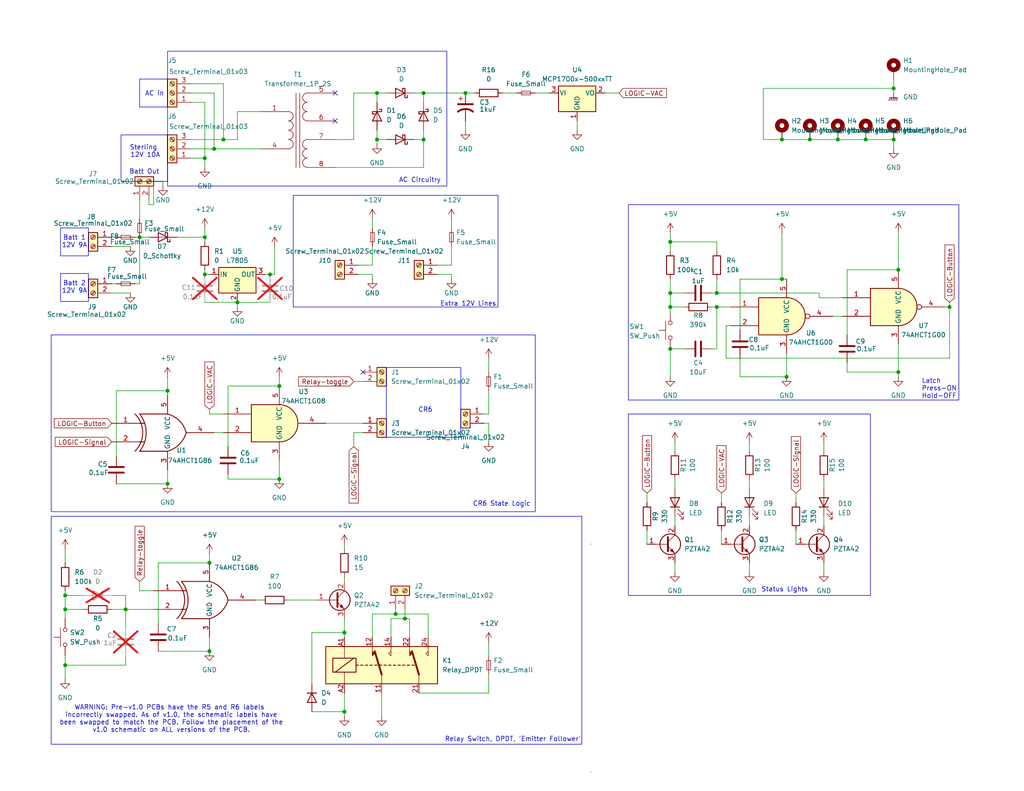
<source format=kicad_sch>
(kicad_sch (version 20250114) (generator "eeschema") (generator_version "9.0")
  (paper "USLetter")
  (title_block (title "EM27 Box Power Distribution Circuit") (date "2025-08-06") (rev "1.0") (company "Jet Flener (Revision of Design by Wesley T. Honeycutt)"))
  (lib_symbols
    (symbol "74xGxx:74AHCT1G00"
      (property "Reference" "U" (at -2.54 3.81 0))
      (property "Value" "74AHCT1G00" (at 0 -3.81 0))
      (symbol "74AHCT1G00_1_1"
        (pin input line (at -15.24 2.54 0) (length 7.62) (name "~") (number "1"))
        (pin input line (at -15.24 -2.54 0) (length 7.62) (name "~") (number "2"))
        (pin power_in line (at 0 10.16 270) (length 5.08) (name "VCC") (number "5"))
        (pin power_in line (at 0 -10.16 90) (length 5.08) (name "GND") (number "3"))
        (pin output inverted (at 12.7 0 180) (length 7.62) (name "~") (number "4"))
      )
    )
    (symbol "74xGxx:74AHCT1G08"
      (property "Reference" "U" (at -2.54 3.81 0))
      (property "Value" "74AHCT1G08" (at 0 -3.81 0))
      (symbol "74AHCT1G08_1_1"
        (pin input line (at -15.24 2.54 0) (length 7.62) (name "~") (number "1"))
        (pin input line (at -15.24 -2.54 0) (length 7.62) (name "~") (number "2"))
        (pin power_in line (at 0 10.16 270) (length 5.08) (name "VCC") (number "5"))
        (pin power_in line (at 0 -10.16 90) (length 5.08) (name "GND") (number "3"))
        (pin output line (at 12.7 0 180) (length 7.62) (name "~") (number "4"))
      )
    )
    (symbol "74xGxx:74AHCT1G86"
      (property "Reference" "U" (at -2.54 3.81 0))
      (property "Value" "74AHCT1G86" (at 0 -3.81 0))
      (symbol "74AHCT1G86_1_1"
        (pin input line (at -15.24 2.54 0) (length 7.62) (name "~") (number "1"))
        (pin input line (at -15.24 -2.54 0) (length 7.62) (name "~") (number "2"))
        (pin power_in line (at 0 10.16 270) (length 5.08) (name "VCC") (number "5"))
        (pin power_in line (at 0 -10.16 90) (length 5.08) (name "GND") (number "3"))
        (pin output line (at 12.7 0 180) (length 7.62) (name "~") (number "4"))
      )
    )
    (symbol "Connector:Screw_Terminal_01x02" (pin_names (offset 1.016) (hide yes))
      (property "Reference" "J" (at 0 2.54 0))
      (property "Value" "Screw_Terminal_01x02" (at 0 -5.08 0))
      (symbol "Screw_Terminal_01x02_1_1"
        (pin passive line (at -5.08 0 0) (length 3.81) (name "Pin_1") (number "1"))
        (pin passive line (at -5.08 -2.54 0) (length 3.81) (name "Pin_2") (number "2"))
      )
    )
    (symbol "Connector:Screw_Terminal_01x03" (pin_names (offset 1.016) (hide yes))
      (property "Reference" "J" (at 0 5.08 0))
      (property "Value" "Screw_Terminal_01x03" (at 0 -5.08 0))
      (symbol "Screw_Terminal_01x03_1_1"
        (pin passive line (at -5.08 2.54 0) (length 3.81) (name "Pin_1") (number "1"))
        (pin passive line (at -5.08 0 0) (length 3.81) (name "Pin_2") (number "2"))
        (pin passive line (at -5.08 -2.54 0) (length 3.81) (name "Pin_3") (number "3"))
      )
    )
    (symbol "Device:C" (pin_numbers (hide yes)) (pin_names (offset 0.254))
      (property "Reference" "C" (at 0.635 2.54 0))
      (property "Value" "C" (at 0.635 -2.54 0))
      (symbol "C_1_1"
        (pin passive line (at 0 3.81 270) (length 2.794) (name "~") (number "1"))
        (pin passive line (at 0 -3.81 90) (length 2.794) (name "~") (number "2"))
      )
    )
    (symbol "Device:C_Polarized_US" (pin_numbers (hide yes)) (pin_names (offset 0.254) (hide yes))
      (property "Reference" "C" (at 0.635 2.54 0))
      (property "Value" "C_Polarized_US" (at 0.635 -2.54 0))
      (symbol "C_Polarized_US_1_1"
        (pin passive line (at 0 3.81 270) (length 2.794) (name "~") (number "1"))
        (pin passive line (at 0 -3.81 90) (length 3.302) (name "~") (number "2"))
      )
    )
    (symbol "Device:D" (pin_numbers (hide yes)) (pin_names (offset 1.016) (hide yes))
      (property "Reference" "D" (at 0 2.54 0))
      (property "Value" "D" (at 0 -2.54 0))
      (symbol "D_1_1"
        (pin passive line (at -3.81 0 0) (length 2.54) (name "K") (number "1"))
        (pin passive line (at 3.81 0 180) (length 2.54) (name "A") (number "2"))
      )
    )
    (symbol "Device:D_Schottky" (pin_numbers (hide yes)) (pin_names (offset 1.016) (hide yes))
      (property "Reference" "D" (at 0 2.54 0))
      (property "Value" "D_Schottky" (at 0 -2.54 0))
      (symbol "D_Schottky_1_1"
        (pin passive line (at -3.81 0 0) (length 2.54) (name "K") (number "1"))
        (pin passive line (at 3.81 0 180) (length 2.54) (name "A") (number "2"))
      )
    )
    (symbol "Device:Fuse_Small" (pin_numbers (hide yes)) (pin_names (offset 0.254) (hide yes))
      (property "Reference" "F" (at 0 -1.524 0))
      (property "Value" "Fuse_Small" (at 0 1.524 0))
      (symbol "Fuse_Small_1_1"
        (pin passive line (at -2.54 0 0) (length 1.27) (name "~") (number "1"))
        (pin passive line (at 2.54 0 180) (length 1.27) (name "~") (number "2"))
      )
    )
    (symbol "Device:LED" (pin_numbers (hide yes)) (pin_names (offset 1.016) (hide yes))
      (property "Reference" "D" (at 0 2.54 0))
      (property "Value" "LED" (at 0 -2.54 0))
      (symbol "LED_1_1"
        (pin passive line (at -3.81 0 0) (length 2.54) (name "K") (number "1"))
        (pin passive line (at 3.81 0 180) (length 2.54) (name "A") (number "2"))
      )
    )
    (symbol "Device:R" (pin_numbers (hide yes)) (pin_names (offset 0))
      (property "Reference" "R" (at 2.032 0 90))
      (property "Value" "R" (at 0 0 90))
      (symbol "R_1_1"
        (pin passive line (at 0 3.81 270) (length 1.27) (name "~") (number "1"))
        (pin passive line (at 0 -3.81 90) (length 1.27) (name "~") (number "2"))
      )
    )
    (symbol "Device:Transformer_1P_2S" (pin_names (offset 1.016) (hide yes))
      (property "Reference" "T1" (at 0 15.24 0))
      (property "Value" "Transformer_1P_2S" (at 0 12.7 0))
      (symbol "Transformer_1P_2S_1_1"
        (pin passive line (at -10.16 5.08 0) (length 7.62) (name "AA") (number "1"))
        (pin passive line (at -10.16 -5.08 0) (length 7.62) (name "AB") (number "4"))
        (pin passive line (at 10.16 10.16 180) (length 7.62) (name "SA") (number "5"))
        (pin passive line (at 10.16 2.54 180) (length 7.62) (name "SB") (number "6"))
        (pin passive line (at 10.16 -2.54 180) (length 7.62) (name "SC") (number "7"))
        (pin passive line (at 10.16 -10.16 180) (length 7.62) (name "SD") (number "8"))
      )
    )
    (symbol "Mechanical:MountingHole_Pad" (pin_numbers (hide yes)) (pin_names (offset 1.016) (hide yes)) (exclude_from_sim yes) (in_bom no)
      (property "Reference" "H" (at 0 6.35 0))
      (property "Value" "MountingHole_Pad" (at 0 4.445 0))
      (symbol "MountingHole_Pad_1_1"
        (pin input line (at 0 -2.54 90) (length 2.54) (name "1") (number "1"))
      )
    )
    (symbol "Regulator_Linear:L7805" (pin_names (offset 0.254))
      (property "Reference" "U" (at -3.81 3.175 0))
      (property "Value" "L7805" (at 0 3.175 0))
      (symbol "L7805_1_1"
        (pin power_in line (at -7.62 0 0) (length 2.54) (name "IN") (number "1"))
        (pin power_in line (at 0 -7.62 90) (length 2.54) (name "GND") (number "2"))
        (pin power_out line (at 7.62 0 180) (length 2.54) (name "OUT") (number "3"))
      )
    )
    (symbol "Regulator_Linear:MCP1700x-500xxTT" (pin_names (offset 0.254))
      (property "Reference" "U" (at -3.81 3.175 0))
      (property "Value" "MCP1700x-500xxTT" (at 0 3.175 0))
      (symbol "MCP1700x-500xxTT_1_1"
        (pin power_in line (at -7.62 0 0) (length 2.54) (name "VI") (number "3"))
        (pin power_in line (at 0 -7.62 90) (length 2.54) (name "GND") (number "1"))
        (pin power_out line (at 7.62 0 180) (length 2.54) (name "VO") (number "2"))
      )
    )
    (symbol "Relay:Relay_DPDT"
      (property "Reference" "K" (at 16.51 3.81 0))
      (property "Value" "Relay_DPDT" (at 16.51 1.27 0))
      (symbol "Relay_DPDT_1_1"
        (pin passive line (at -10.16 7.62 270) (length 2.54) (name "~") (number "A1"))
        (pin passive line (at -10.16 -7.62 90) (length 2.54) (name "~") (number "A2"))
        (pin passive line (at -2.54 7.62 270) (length 2.54) (name "~") (number "12"))
        (pin passive line (at 0 -7.62 90) (length 2.54) (name "~") (number "11"))
        (pin passive line (at 2.54 7.62 270) (length 2.54) (name "~") (number "14"))
        (pin passive line (at 7.62 7.62 270) (length 2.54) (name "~") (number "22"))
        (pin passive line (at 10.16 -7.62 90) (length 2.54) (name "~") (number "21"))
        (pin passive line (at 12.7 7.62 270) (length 2.54) (name "~") (number "24"))
      )
    )
    (symbol "Switch:SW_Push" (pin_numbers (hide yes)) (pin_names (offset 1.016) (hide yes))
      (property "Reference" "SW" (at 1.27 2.54 0))
      (property "Value" "SW_Push" (at 0 -1.524 0))
      (symbol "SW_Push_0_1"
        (pin passive line (at -5.08 0 0) (length 2.54) (name "1") (number "1"))
        (pin passive line (at 5.08 0 180) (length 2.54) (name "2") (number "2"))
      )
    )
    (symbol "Transistor_BJT:PZTA42" (pin_names (offset 0) (hide yes))
      (property "Reference" "Q" (at 5.08 1.905 0))
      (property "Value" "PZTA42" (at 5.08 0 0))
      (symbol "PZTA42_1_1"
        (pin input line (at -5.08 0 0) (length 2.54) (name "B") (number "1"))
        (pin passive line (at 2.54 5.08 270) (length 2.54) (name "C") (number "2"))
        (pin passive line (at 2.54 -5.08 90) (length 2.54) (name "E") (number "3"))
      )
    )
    (symbol "power:+12V" (power) (pin_numbers (hide yes)) (pin_names (offset 0) (hide yes))
      (property "Value" "+12V" (at 0 3.556 0))
      (symbol "+12V_1_1"
        (pin power_in line (at 0 0 90) (length 0) (name "~") (number "1"))
      )
    )
    (symbol "power:+5V" (power) (pin_numbers (hide yes)) (pin_names (offset 0) (hide yes))
      (property "Value" "+5V" (at 0 3.556 0))
      (symbol "+5V_1_1"
        (pin power_in line (at 0 0 90) (length 0) (name "~") (number "1"))
      )
    )
    (symbol "power:GND" (power) (pin_numbers (hide yes)) (pin_names (offset 0) (hide yes))
      (property "Value" "GND" (at 0 -3.81 0))
      (symbol "GND_1_1"
        (pin power_in line (at 0 0 270) (length 0) (name "~") (number "1"))
      )
    )
    (symbol "power:GNDPWR" (power) (pin_numbers (hide yes)) (pin_names (offset 0) (hide yes))
      (property "Value" "GNDPWR" (at 0 -3.302 0))
      (symbol "GNDPWR_1_1"
        (pin power_in line (at 0 0 270) (length 0) (name "~") (number "1"))
      )
    )
  )
  (rectangle (start 16.51 62.23) (end 24.13 69.85))
  (rectangle (start 13.97 91.44) (end 146.05 139.7))
  (rectangle (start 13.97 140.97) (end 158.75 203.2))
  (rectangle (start 33.02 36.83) (end 45.72 49.53))
  (rectangle (start 45.72 13.97) (end 121.92 50.8))
  (rectangle (start 161.2646 148.5646) (end 161.29 148.59))
  (rectangle (start 80.01 53.34) (end 135.89 83.82))
  (rectangle (start 38.1 21.59) (end 45.72 29.21))
  (rectangle (start 105.41 100.33) (end 125.73 119.38))
  (rectangle (start 161.2646 210.7946) (end 161.29 210.82))
  (rectangle (start 16.51 74.676) (end 24.13 82.296))
  (rectangle (start 171.45 113.03) (end 237.49 162.56))
  (rectangle (start 171.45 55.88) (end 261.62 109.22))
  (text "Sterling \n12V 10A" (at 39.624 41.402 0) (effects (font (size 1.27 1.27))))
  (text "Status Lights" (at 214.122 161.036 0) (effects (font (size 1.27 1.27))))
  (text "Batt 2\n12V 9A" (at 20.32 78.486 0) (effects (font (size 1.27 1.27))))
  (text "Extra 12V Lines" (at 127.762 83.058 0) (effects (font (size 1.27 1.27))))
  (text "CR6" (at 116.078 112.014 0) (effects (font (size 1.27 1.27))))
  (text "AC Circuitry" (at 114.554 49.276 0) (effects (font (size 1.27 1.27))))
  (text "WARNING: Pre-v1.0 PCBs have the R5 and R6 labels \nincorrectly swapped. As of v1.0, the schematic labels have\nbeen swapped to match the PCB. Follow the placement of the\nv1.0 schematic on ALL versions of the PCB." (at 46.736 196.342 0) (effects (font (size 1.27 1.27))))
  (text "Batt 1\n12V 9A" (at 20.32 66.04 0) (effects (font (size 1.27 1.27))))
  (text "Batt Out" (at 39.37 46.99 0) (effects (font (size 1.27 1.27))))
  (text "CR6 State Logic" (at 136.906 137.668 0) (effects (font (size 1.27 1.27))))
  (text "Latch\nPress-ON\nHold-OFF" (at 251.46 106.172 0) (effects (font (size 1.27 1.27)) (justify left)))
  (text "AC in\n" (at 42.164 25.654 0) (effects (font (size 1.27 1.27))))
  (text "Relay Switch, DPDT, 'Emitter Follower'" (at 139.954 201.93 0) (effects (font (size 1.27 1.27))))
  (junction (at 182.88 83.82))
  (junction (at 220.98 38.1))
  (junction (at 214.63 102.87))
  (junction (at 195.58 83.82))
  (junction (at 259.08 83.82))
  (junction (at 34.29 166.37))
  (junction (at 38.1 64.77))
  (junction (at 57.15 177.8))
  (junction (at 115.57 25.4))
  (junction (at 45.72 106.68))
  (junction (at 245.11 101.6))
  (junction (at 64.77 82.55))
  (junction (at 102.87 38.1))
  (junction (at 93.98 172.72))
  (junction (at 228.6 38.1))
  (junction (at 110.49 168.91))
  (junction (at 107.95 167.64))
  (junction (at 17.78 181.61))
  (junction (at 45.72 132.08))
  (junction (at 58.42 40.64))
  (junction (at 17.78 162.56))
  (junction (at 115.57 38.1))
  (junction (at 55.88 74.93))
  (junction (at 55.88 43.18))
  (junction (at 243.84 38.1))
  (junction (at 102.87 25.4))
  (junction (at 182.88 95.25))
  (junction (at 60.96 38.1))
  (junction (at 57.15 153.67))
  (junction (at 76.2 130.81))
  (junction (at 195.58 80.01))
  (junction (at 236.22 38.1))
  (junction (at 245.11 73.66))
  (junction (at 213.36 38.1))
  (junction (at 243.84 24.13))
  (junction (at 17.78 166.37))
  (junction (at 213.36 76.2))
  (junction (at 182.88 66.04))
  (junction (at 73.66 74.93))
  (junction (at 93.98 194.31))
  (junction (at 76.2 105.41))
  (junction (at 182.88 80.01))
  (junction (at 127 25.4))
  (junction (at 55.88 64.77))
  (no_connect (at 91.44 25.4))
  (no_connect (at 99.06 101.6))
  (no_connect (at 91.44 33.02))
  (wire (pts (xy 201.93 97.79) (xy 201.93 102.87)))
  (wire (pts (xy 17.78 181.61) (xy 34.29 181.61)))
  (wire (pts (xy 119.38 72.39) (xy 123.19 72.39)))
  (wire (pts (xy 196.85 134.62) (xy 196.85 137.16)))
  (wire (pts (xy 133.35 97.79) (xy 133.35 101.6)))
  (wire (pts (xy 17.78 179.07) (xy 17.78 181.61)))
  (wire (pts (xy 123.19 59.69) (xy 123.19 62.23)))
  (wire (pts (xy 97.79 74.93) (xy 101.6 74.93)))
  (wire (pts (xy 55.88 82.55) (xy 64.77 82.55)))
  (wire (pts (xy 214.63 96.52) (xy 214.63 102.87)))
  (wire (pts (xy 38.1 161.29) (xy 41.91 161.29)))
  (wire (pts (xy 195.58 66.04) (xy 195.58 68.58)))
  (wire (pts (xy 127 25.4) (xy 129.54 25.4)))
  (wire (pts (xy 58.42 25.4) (xy 58.42 40.64)))
  (wire (pts (xy 198.12 97.79) (xy 259.08 97.79)))
  (wire (pts (xy 55.88 43.18) (xy 55.88 45.72)))
  (wire (pts (xy 34.29 166.37) (xy 34.29 171.45)))
  (wire (pts (xy 195.58 80.01) (xy 194.31 80.01)))
  (wire (pts (xy 43.18 177.8) (xy 57.15 177.8)))
  (wire (pts (xy 73.66 74.93) (xy 74.93 74.93)))
  (wire (pts (xy 45.72 102.87) (xy 45.72 106.68)))
  (wire (pts (xy 52.07 40.64) (xy 58.42 40.64)))
  (wire (pts (xy 99.06 118.11) (xy 96.52 118.11)))
  (wire (pts (xy 30.48 166.37) (xy 34.29 166.37)))
  (wire (pts (xy 57.15 173.99) (xy 57.15 177.8)))
  (wire (pts (xy 85.09 186.69) (xy 85.09 172.72)))
  (wire (pts (xy 30.48 67.31) (xy 35.56 67.31)))
  (wire (pts (xy 60.96 22.86) (xy 60.96 38.1)))
  (wire (pts (xy 133.35 175.26) (xy 133.35 179.07)))
  (wire (pts (xy 38.1 64.77) (xy 40.64 64.77)))
  (wire (pts (xy 52.07 43.18) (xy 55.88 43.18)))
  (wire (pts (xy 38.1 54.61) (xy 38.1 59.69)))
  (wire (pts (xy 64.77 30.48) (xy 71.12 30.48)))
  (wire (pts (xy 31.75 106.68) (xy 31.75 124.46)))
  (wire (pts (xy 223.52 81.28) (xy 229.87 81.28)))
  (wire (pts (xy 55.88 74.93) (xy 57.15 74.93)))
  (wire (pts (xy 184.15 130.81) (xy 184.15 133.35)))
  (wire (pts (xy 132.08 113.03) (xy 133.35 113.03)))
  (wire (pts (xy 115.57 25.4) (xy 127 25.4)))
  (wire (pts (xy 96.52 38.1) (xy 96.52 25.4)))
  (wire (pts (xy 34.29 179.07) (xy 34.29 181.61)))
  (wire (pts (xy 115.57 45.72) (xy 115.57 38.1)))
  (wire (pts (xy 213.36 63.5) (xy 213.36 76.2)))
  (wire (pts (xy 38.1 158.75) (xy 38.1 161.29)))
  (wire (pts (xy 110.49 166.37) (xy 110.49 168.91)))
  (wire (pts (xy 146.05 25.4) (xy 149.86 25.4)))
  (wire (pts (xy 224.79 140.97) (xy 224.79 143.51)))
  (wire (pts (xy 127 33.02) (xy 127 35.56)))
  (wire (pts (xy 34.29 162.56) (xy 34.29 166.37)))
  (wire (pts (xy 243.84 38.1) (xy 243.84 40.64)))
  (wire (pts (xy 176.53 144.78) (xy 176.53 148.59)))
  (wire (pts (xy 93.98 157.48) (xy 93.98 158.75)))
  (wire (pts (xy 76.2 130.81) (xy 76.2 125.73)))
  (wire (pts (xy 78.74 163.83) (xy 86.36 163.83)))
  (wire (pts (xy 224.79 153.67) (xy 224.79 156.21)))
  (wire (pts (xy 204.47 133.35) (xy 204.47 130.81)))
  (wire (pts (xy 43.18 153.67) (xy 43.18 170.18)))
  (wire (pts (xy 93.98 172.72) (xy 93.98 173.99)))
  (wire (pts (xy 115.57 38.1) (xy 115.57 35.56)))
  (wire (pts (xy 62.23 130.81) (xy 62.23 129.54)))
  (wire (pts (xy 182.88 80.01) (xy 186.69 80.01)))
  (wire (pts (xy 227.33 86.36) (xy 229.87 86.36)))
  (wire (pts (xy 58.42 40.64) (xy 71.12 40.64)))
  (wire (pts (xy 69.85 163.83) (xy 71.12 163.83)))
  (wire (pts (xy 62.23 130.81) (xy 76.2 130.81)))
  (wire (pts (xy 182.88 63.5) (xy 182.88 66.04)))
  (wire (pts (xy 231.14 101.6) (xy 231.14 99.06)))
  (wire (pts (xy 101.6 74.93) (xy 101.6 76.2)))
  (wire (pts (xy 107.95 167.64) (xy 107.95 166.37)))
  (wire (pts (xy 184.15 140.97) (xy 184.15 143.51)))
  (wire (pts (xy 101.6 59.69) (xy 101.6 62.23)))
  (wire (pts (xy 259.08 83.82) (xy 259.08 97.79)))
  (wire (pts (xy 74.93 67.31) (xy 74.93 74.93)))
  (wire (pts (xy 17.78 149.86) (xy 17.78 153.67)))
  (wire (pts (xy 115.57 25.4) (xy 115.57 27.94)))
  (wire (pts (xy 93.98 168.91) (xy 93.98 172.72)))
  (wire (pts (xy 198.12 88.9) (xy 198.12 97.79)))
  (wire (pts (xy 214.63 76.2) (xy 213.36 76.2)))
  (wire (pts (xy 182.88 76.2) (xy 182.88 80.01)))
  (wire (pts (xy 96.52 25.4) (xy 102.87 25.4)))
  (wire (pts (xy 17.78 161.29) (xy 17.78 162.56)))
  (wire (pts (xy 17.78 162.56) (xy 17.78 166.37)))
  (wire (pts (xy 132.08 115.57) (xy 133.35 115.57)))
  (wire (pts (xy 48.26 64.77) (xy 55.88 64.77)))
  (wire (pts (xy 123.19 74.93) (xy 123.19 76.2)))
  (wire (pts (xy 231.14 73.66) (xy 245.11 73.66)))
  (wire (pts (xy 133.35 113.03) (xy 133.35 106.68)))
  (wire (pts (xy 182.88 85.09) (xy 182.88 83.82)))
  (wire (pts (xy 85.09 194.31) (xy 93.98 194.31)))
  (wire (pts (xy 217.17 134.62) (xy 217.17 137.16)))
  (wire (pts (xy 195.58 83.82) (xy 199.39 83.82)))
  (wire (pts (xy 55.88 64.77) (xy 55.88 66.04)))
  (wire (pts (xy 97.79 72.39) (xy 101.6 72.39)))
  (wire (pts (xy 31.75 64.77) (xy 30.48 64.77)))
  (wire (pts (xy 101.6 167.64) (xy 107.95 167.64)))
  (wire (pts (xy 93.98 189.23) (xy 93.98 194.31)))
  (wire (pts (xy 76.2 105.41) (xy 62.23 105.41)))
  (wire (pts (xy 30.48 77.47) (xy 31.75 77.47)))
  (wire (pts (xy 96.52 104.14) (xy 99.06 104.14)))
  (wire (pts (xy 220.98 38.1) (xy 228.6 38.1)))
  (wire (pts (xy 182.88 80.01) (xy 182.88 83.82)))
  (wire (pts (xy 201.93 76.2) (xy 213.36 76.2)))
  (wire (pts (xy 133.35 184.15) (xy 133.35 189.23)))
  (wire (pts (xy 104.14 189.23) (xy 104.14 195.58)))
  (wire (pts (xy 113.03 38.1) (xy 115.57 38.1)))
  (wire (pts (xy 208.28 38.1) (xy 213.36 38.1)))
  (wire (pts (xy 102.87 25.4) (xy 105.41 25.4)))
  (wire (pts (xy 85.09 172.72) (xy 93.98 172.72)))
  (wire (pts (xy 119.38 74.93) (xy 123.19 74.93)))
  (wire (pts (xy 60.96 113.03) (xy 57.15 113.03)))
  (wire (pts (xy 36.83 64.77) (xy 38.1 64.77)))
  (wire (pts (xy 55.88 27.94) (xy 55.88 43.18)))
  (wire (pts (xy 17.78 166.37) (xy 22.86 166.37)))
  (wire (pts (xy 204.47 120.65) (xy 204.47 123.19)))
  (wire (pts (xy 52.07 27.94) (xy 55.88 27.94)))
  (wire (pts (xy 101.6 173.99) (xy 101.6 167.64)))
  (wire (pts (xy 60.96 38.1) (xy 64.77 38.1)))
  (wire (pts (xy 34.29 166.37) (xy 41.91 166.37)))
  (wire (pts (xy 91.44 38.1) (xy 96.52 38.1)))
  (wire (pts (xy 64.77 82.55) (xy 64.77 83.82)))
  (wire (pts (xy 195.58 80.01) (xy 223.52 80.01)))
  (wire (pts (xy 224.79 130.81) (xy 224.79 133.35)))
  (wire (pts (xy 41.91 49.53) (xy 44.45 49.53)))
  (wire (pts (xy 64.77 38.1) (xy 64.77 30.48)))
  (wire (pts (xy 93.98 194.31) (xy 93.98 195.58)))
  (wire (pts (xy 196.85 144.78) (xy 196.85 148.59)))
  (wire (pts (xy 101.6 72.39) (xy 101.6 67.31)))
  (wire (pts (xy 204.47 153.67) (xy 204.47 156.21)))
  (wire (pts (xy 72.39 74.93) (xy 73.66 74.93)))
  (wire (pts (xy 93.98 148.59) (xy 93.98 149.86)))
  (wire (pts (xy 30.48 80.01) (xy 35.56 80.01)))
  (wire (pts (xy 111.76 173.99) (xy 111.76 168.91)))
  (wire (pts (xy 116.84 173.99) (xy 116.84 167.64)))
  (wire (pts (xy 41.91 55.88) (xy 41.91 49.53)))
  (wire (pts (xy 44.45 49.53) (xy 44.45 50.8)))
  (wire (pts (xy 157.48 33.02) (xy 157.48 35.56)))
  (wire (pts (xy 182.88 95.25) (xy 186.69 95.25)))
  (wire (pts (xy 184.15 153.67) (xy 184.15 156.21)))
  (wire (pts (xy 45.72 106.68) (xy 31.75 106.68)))
  (wire (pts (xy 17.78 181.61) (xy 17.78 185.42)))
  (wire (pts (xy 76.2 102.87) (xy 76.2 105.41)))
  (wire (pts (xy 201.93 90.17) (xy 201.93 76.2)))
  (wire (pts (xy 58.42 118.11) (xy 60.96 118.11)))
  (wire (pts (xy 40.64 55.88) (xy 41.91 55.88)))
  (wire (pts (xy 106.68 173.99) (xy 106.68 168.91)))
  (wire (pts (xy 62.23 105.41) (xy 62.23 121.92)))
  (wire (pts (xy 245.11 101.6) (xy 245.11 102.87)))
  (wire (pts (xy 110.49 168.91) (xy 111.76 168.91)))
  (wire (pts (xy 31.75 132.08) (xy 45.72 132.08)))
  (wire (pts (xy 213.36 38.1) (xy 220.98 38.1)))
  (wire (pts (xy 123.19 72.39) (xy 123.19 67.31)))
  (wire (pts (xy 36.83 77.47) (xy 38.1 77.47)))
  (wire (pts (xy 257.81 83.82) (xy 259.08 83.82)))
  (wire (pts (xy 45.72 132.08) (xy 45.72 128.27)))
  (wire (pts (xy 113.03 25.4) (xy 115.57 25.4)))
  (wire (pts (xy 17.78 162.56) (xy 22.86 162.56)))
  (wire (pts (xy 231.14 101.6) (xy 245.11 101.6)))
  (wire (pts (xy 208.28 24.13) (xy 208.28 38.1)))
  (wire (pts (xy 182.88 66.04) (xy 195.58 66.04)))
  (wire (pts (xy 137.16 25.4) (xy 140.97 25.4)))
  (wire (pts (xy 55.88 73.66) (xy 55.88 74.93)))
  (wire (pts (xy 182.88 66.04) (xy 182.88 68.58)))
  (wire (pts (xy 17.78 166.37) (xy 17.78 168.91)))
  (wire (pts (xy 57.15 151.13) (xy 57.15 153.67)))
  (wire (pts (xy 194.31 83.82) (xy 195.58 83.82)))
  (wire (pts (xy 259.08 82.55) (xy 259.08 83.82)))
  (wire (pts (xy 195.58 83.82) (xy 195.58 95.25)))
  (wire (pts (xy 133.35 115.57) (xy 133.35 120.65)))
  (wire (pts (xy 201.93 102.87) (xy 214.63 102.87)))
  (wire (pts (xy 176.53 134.62) (xy 176.53 137.16)))
  (wire (pts (xy 64.77 82.55) (xy 73.66 82.55)))
  (wire (pts (xy 57.15 153.67) (xy 43.18 153.67)))
  (wire (pts (xy 52.07 25.4) (xy 58.42 25.4)))
  (wire (pts (xy 102.87 35.56) (xy 102.87 38.1)))
  (wire (pts (xy 102.87 27.94) (xy 102.87 25.4)))
  (wire (pts (xy 165.1 25.4) (xy 168.91 25.4)))
  (wire (pts (xy 195.58 95.25) (xy 194.31 95.25)))
  (wire (pts (xy 102.87 38.1) (xy 105.41 38.1)))
  (wire (pts (xy 223.52 80.01) (xy 223.52 81.28)))
  (wire (pts (xy 195.58 76.2) (xy 195.58 80.01)))
  (wire (pts (xy 52.07 22.86) (xy 60.96 22.86)))
  (wire (pts (xy 106.68 168.91) (xy 110.49 168.91)))
  (wire (pts (xy 182.88 95.25) (xy 182.88 102.87)))
  (wire (pts (xy 55.88 62.23) (xy 55.88 64.77)))
  (wire (pts (xy 88.9 115.57) (xy 99.06 115.57)))
  (wire (pts (xy 52.07 38.1) (xy 60.96 38.1)))
  (wire (pts (xy 30.48 162.56) (xy 34.29 162.56)))
  (wire (pts (xy 182.88 83.82) (xy 186.69 83.82)))
  (wire (pts (xy 40.64 55.88) (xy 40.64 54.61)))
  (wire (pts (xy 236.22 38.1) (xy 243.84 38.1)))
  (wire (pts (xy 217.17 144.78) (xy 217.17 148.59)))
  (wire (pts (xy 38.1 64.77) (xy 38.1 77.47)))
  (wire (pts (xy 107.95 167.64) (xy 116.84 167.64)))
  (wire (pts (xy 228.6 38.1) (xy 236.22 38.1)))
  (wire (pts (xy 243.84 21.59) (xy 243.84 24.13)))
  (wire (pts (xy 243.84 24.13) (xy 243.84 25.4)))
  (wire (pts (xy 91.44 45.72) (xy 115.57 45.72)))
  (wire (pts (xy 208.28 24.13) (xy 243.84 24.13)))
  (wire (pts (xy 133.35 189.23) (xy 114.3 189.23)))
  (wire (pts (xy 231.14 91.44) (xy 231.14 73.66)))
  (wire (pts (xy 245.11 63.5) (xy 245.11 73.66)))
  (wire (pts (xy 198.12 88.9) (xy 199.39 88.9)))
  (wire (pts (xy 224.79 120.65) (xy 224.79 123.19)))
  (wire (pts (xy 45.72 106.68) (xy 45.72 107.95)))
  (wire (pts (xy 204.47 140.97) (xy 204.47 143.51)))
  (wire (pts (xy 184.15 120.65) (xy 184.15 123.19)))
  (wire (pts (xy 102.87 38.1) (xy 102.87 39.37)))
  (wire (pts (xy 57.15 111.76) (xy 57.15 113.03)))
  (wire (pts (xy 245.11 93.98) (xy 245.11 101.6)))
  (wire (pts (xy 96.52 118.11) (xy 96.52 121.92)))
  (global_label "LOGIC-Button" (shape input) (at 176.53 134.62 90) (property "Intersheetrefs" "${INTERSHEET_REFS}" (effects (hide yes))))
  (global_label "LOGIC-Signal" (shape input) (at 96.52 121.92 270) (property "Intersheetrefs" "${INTERSHEET_REFS}" (effects (hide yes))))
  (global_label "Relay-toggle" (shape input) (at 38.1 158.75 90) (property "Intersheetrefs" "${INTERSHEET_REFS}" (effects (hide yes))))
  (global_label "LOGIC-VAC" (shape input) (at 168.91 25.4 0) (property "Intersheetrefs" "${INTERSHEET_REFS}" (effects (hide yes))))
  (global_label "LOGIC-Signal" (shape input) (at 217.17 134.62 90) (property "Intersheetrefs" "${INTERSHEET_REFS}" (effects (hide yes))))
  (global_label "LOGIC-VAC" (shape input) (at 196.85 134.62 90) (property "Intersheetrefs" "${INTERSHEET_REFS}" (effects (hide yes))))
  (global_label "LOGIC-VAC" (shape input) (at 57.15 111.76 90) (property "Intersheetrefs" "${INTERSHEET_REFS}" (effects (hide yes))))
  (global_label "Relay-toggle" (shape input) (at 96.52 104.14 180) (property "Intersheetrefs" "${INTERSHEET_REFS}" (effects (hide yes))))
  (global_label "LOGIC-Signal" (shape input) (at 30.48 120.65 180) (property "Intersheetrefs" "${INTERSHEET_REFS}" (effects (hide yes))))
  (global_label "LOGIC-Button" (shape input) (at 30.48 115.57 180) (property "Intersheetrefs" "${INTERSHEET_REFS}" (effects (hide yes))))
  (global_label "LOGIC-Button" (shape input) (at 259.08 82.55 90) (property "Intersheetrefs" "${INTERSHEET_REFS}" (effects (hide yes))))
  (symbol (lib_id "Device:LED") (at 184.15 137.16 90) (unit 1)
    (property "Reference" "D8" (at 187.96 137.4774 90) (effects (justify right)))
    (property "Value" "LED" (at 187.96 140.0174 90) (effects (justify right)))
    (property "Footprint" "LED_THT:LED_D5.0mm" (effects (hide yes)))
    (property "Description" "Light emitting diode" (effects (hide yes)))
    (property "Sim.Pins" "1=K 2=A" (effects (hide yes)))
  )
  (symbol (lib_id "power:+5V") (at 17.78 149.86 0) (unit 1)
    (property "Reference" "#PWR010" (effects (hide yes)))
    (property "Value" "+5V" (at 17.78 144.78 0))
    (property "Description" "Power symbol creates a global label with name \"+5V\"" (effects (hide yes)))
  )
  (symbol (lib_id "power:GND") (at 45.72 132.08 0) (unit 1)
    (property "Reference" "#PWR03" (effects (hide yes)))
    (property "Value" "GND" (at 45.72 137.16 0))
    (property "Description" "Power symbol creates a global label with name \"GND\" , ground" (effects (hide yes)))
  )
  (symbol (lib_id "power:+5V") (at 182.88 63.5 0) (unit 1)
    (property "Reference" "#PWR033" (effects (hide yes)))
    (property "Value" "+5V" (at 182.88 58.42 0))
    (property "Description" "Power symbol creates a global label with name \"+5V\"" (effects (hide yes)))
  )
  (symbol (lib_id "Device:C") (at 62.23 125.73 0) (unit 1)
    (property "Reference" "C6" (at 65.532 123.698 0) (effects (justify left)))
    (property "Value" "0.1uF" (at 65.278 125.73 0) (effects (justify left)))
    (property "Footprint" "Capacitor_SMD:C_0805_2012Metric_Pad1.18x1.45mm_HandSolder" (effects (hide yes)))
    (property "Description" "Unpolarized capacitor" (effects (hide yes)))
  )
  (symbol (lib_id "Device:R") (at 184.15 127 0) (unit 1)
    (property "Reference" "R11" (at 186.436 127 90))
    (property "Value" "100" (at 188.976 127 90))
    (property "Footprint" "Resistor_SMD:R_0805_2012Metric_Pad1.20x1.40mm_HandSolder" (effects (hide yes)))
    (property "Description" "Resistor" (effects (hide yes)))
  )
  (symbol (lib_id "Device:Fuse_Small") (at 133.35 104.14 90) (unit 1)
    (property "Reference" "F1" (at 134.62 102.8699 90) (effects (justify right)))
    (property "Value" "Fuse_Small" (at 134.62 105.4099 90) (effects (justify right)))
    (property "Footprint" "EM27Footprints:FUSE_5x20" (effects (hide yes)))
    (property "Description" "Fuse, small symbol" (effects (hide yes)))
  )
  (symbol (lib_id "power:+12V") (at 133.35 97.79 0) (unit 1)
    (property "Reference" "#PWR07" (effects (hide yes)))
    (property "Value" "+12V" (at 133.35 92.71 0))
    (property "Description" "Power symbol creates a global label with name \"+12V\"" (effects (hide yes)))
  )
  (symbol (lib_id "Regulator_Linear:MCP1700x-500xxTT") (at 157.48 25.4 0) (unit 1)
    (property "Reference" "U4" (at 157.48 19.05 0))
    (property "Value" "MCP1700x-500xxTT" (at 157.48 21.59 0))
    (property "Footprint" "Package_TO_SOT_SMD:SOT-23" (effects (hide yes)))
    (property "Datasheet" "http://ww1.microchip.com/downloads/en/DeviceDoc/20001826D.pdf" (effects (hide yes)))
    (property "Description" "250mA Low Quiscent Current LDO, 5.0V output, SOT-23" (effects (hide yes)))
  )
  (symbol (lib_id "74xGxx:74AHCT1G08") (at 76.2 115.57 0) (unit 1)
    (property "Reference" "U3" (at 82.804 106.934 0))
    (property "Value" "74AHCT1G08" (at 82.804 109.474 0))
    (property "Footprint" "Package_TO_SOT_SMD:SOT-23-5_HandSoldering" (effects (hide yes)))
    (property "Datasheet" "http://www.ti.com/lit/sg/scyt129e/scyt129e.pdf" (effects (hide yes)))
    (property "Description" "Single AND Gate, Low-Voltage CMOS" (effects (hide yes)))
  )
  (symbol (lib_id "Device:C") (at 201.93 93.98 0) (unit 1)
    (property "Reference" "C8" (at 204.216 92.71 0) (effects (justify left)))
    (property "Value" "0.1uF" (at 204.47 94.996 0) (effects (justify left)))
    (property "Footprint" "Capacitor_SMD:C_0805_2012Metric_Pad1.18x1.45mm_HandSolder" (effects (hide yes)))
    (property "Description" "Unpolarized capacitor" (effects (hide yes)))
  )
  (symbol (lib_id "power:+5V") (at 74.93 67.31 0) (unit 1)
    (property "Reference" "#PWR022" (effects (hide yes)))
    (property "Value" "+5V" (at 74.93 62.23 0))
    (property "Description" "Power symbol creates a global label with name \"+5V\"" (effects (hide yes)))
  )
  (symbol (lib_id "Connector:Screw_Terminal_01x02") (at 25.4 64.77 0) (mirror y) (unit 1)
    (property "Reference" "J8" (at 24.892 59.182 0))
    (property "Value" "Screw_Terminal_01x02" (at 25.4 60.96 0))
    (property "Footprint" "EM27Footprints:KobiConn_5.08mm-2pos-35deg_screwterminal" (effects (hide yes)))
    (property "Description" "Generic screw terminal, single row, 01x02, script generated (kicad-library-utils/schlib/autogen/connector/)" (effects (hide yes)))
  )
  (symbol (lib_id "power:GND") (at 76.2 130.81 0) (unit 1)
    (property "Reference" "#PWR04" (effects (hide yes)))
    (property "Value" "GND" (at 76.2 135.89 0))
    (property "Description" "Power symbol creates a global label with name \"GND\" , ground" (effects (hide yes)))
  )
  (symbol (lib_id "power:+5V") (at 45.72 102.87 0) (unit 1)
    (property "Reference" "#PWR01" (effects (hide yes)))
    (property "Value" "+5V" (at 45.72 97.79 0))
    (property "Description" "Power symbol creates a global label with name \"+5V\"" (effects (hide yes)))
  )
  (symbol (lib_id "Mechanical:MountingHole_Pad") (at 228.6 35.56 0) (unit 1) (exclude_from_sim yes) (in_bom no)
    (property "Reference" "H4" (at 231.14 33.0199 0) (effects (justify left)))
    (property "Value" "MountingHole_Pad" (at 231.14 35.5599 0) (effects (justify left)))
    (property "Footprint" "MountingHole:MountingHole_3.2mm_M3_Pad" (effects (hide yes)))
    (property "Description" "Mounting Hole with connection" (effects (hide yes)))
  )
  (symbol (lib_id "Relay:Relay_DPDT") (at 104.14 181.61 0) (unit 1)
    (property "Reference" "K1" (at 120.65 180.3399 0) (effects (justify left)))
    (property "Value" "Relay_DPDT" (at 120.65 182.8799 0) (effects (justify left)))
    (property "Footprint" "EM27Footprints:J114FL2CS85VDC41" (effects (hide yes)))
    (property "Description" "Relay DPDT, monostable, EN50005" (effects (hide yes)))
  )
  (symbol (lib_id "power:GND") (at 57.15 177.8 0) (unit 1)
    (property "Reference" "#PWR013" (effects (hide yes)))
    (property "Value" "GND" (at 57.15 182.88 0))
    (property "Description" "Power symbol creates a global label with name \"GND\" , ground" (effects (hide yes)))
  )
  (symbol (lib_id "Device:R") (at 176.53 140.97 0) (unit 1)
    (property "Reference" "R9" (at 178.816 140.97 90))
    (property "Value" "330" (at 181.356 140.97 90))
    (property "Footprint" "Resistor_SMD:R_0805_2012Metric_Pad1.20x1.40mm_HandSolder" (effects (hide yes)))
    (property "Description" "Resistor" (effects (hide yes)))
  )
  (symbol (lib_id "Device:Fuse_Small") (at 34.29 64.77 180) (unit 1)
    (property "Reference" "F8" (at 29.972 64.516 0) (effects (justify right)))
    (property "Value" "Fuse_Small" (at 29.972 66.04 0) (effects (justify right)))
    (property "Footprint" "EM27Footprints:FUSE_5x20" (effects (hide yes)))
    (property "Description" "Fuse, small symbol" (effects (hide yes)))
  )
  (symbol (lib_id "power:GND") (at 35.56 67.31 0) (unit 1)
    (property "Reference" "#PWR020" (effects (hide yes)))
    (property "Value" "GND" (at 35.56 71.12 0))
    (property "Description" "Power symbol creates a global label with name \"GND\" , ground" (effects (hide yes)))
  )
  (symbol (lib_id "Device:Fuse_Small") (at 133.35 181.61 90) (unit 1)
    (property "Reference" "F2" (at 134.62 180.3399 90) (effects (justify right)))
    (property "Value" "Fuse_Small" (at 134.62 182.8799 90) (effects (justify right)))
    (property "Footprint" "EM27Footprints:FUSE_5x20" (effects (hide yes)))
    (property "Description" "Fuse, small symbol" (effects (hide yes)))
  )
  (symbol (lib_id "Connector:Screw_Terminal_01x02") (at 107.95 161.29 90) (unit 1)
    (property "Reference" "J2" (at 113.03 160.0199 90) (effects (justify right)))
    (property "Value" "Screw_Terminal_01x02" (at 113.03 162.5599 90) (effects (justify right)))
    (property "Footprint" "EM27Footprints:KobiConn_5.08mm-2pos-35deg_screwterminal" (effects (hide yes)))
    (property "Description" "Generic screw terminal, single row, 01x02, script generated (kicad-library-utils/schlib/autogen/connector/)" (effects (hide yes)))
  )
  (symbol (lib_id "Mechanical:MountingHole_Pad") (at 243.84 35.56 0) (unit 1) (exclude_from_sim yes) (in_bom no)
    (property "Reference" "H6" (at 246.38 33.0199 0) (effects (justify left)))
    (property "Value" "MountingHole_Pad" (at 246.38 35.5599 0) (effects (justify left)))
    (property "Footprint" "MountingHole:MountingHole_3.2mm_M3_Pad" (effects (hide yes)))
    (property "Description" "Mounting Hole with connection" (effects (hide yes)))
  )
  (symbol (lib_id "Device:D_Schottky") (at 109.22 38.1 180) (unit 1)
    (property "Reference" "D6" (at 109.5375 31.75 0))
    (property "Value" "D" (at 109.5375 34.29 0))
    (property "Footprint" "Diode_THT:D_DO-41_SOD81_P10.16mm_Horizontal" (effects (hide yes)))
    (property "Description" "Schottky diode" (effects (hide yes)))
    (property "Sim.Device" "D" (effects (hide yes)))
    (property "Sim.Pins" "1=K 2=A" (effects (hide yes)))
  )
  (symbol (lib_id "power:+5V") (at 204.47 120.65 0) (unit 1)
    (property "Reference" "#PWR040" (effects (hide yes)))
    (property "Value" "+5V" (at 204.47 115.57 0))
    (property "Description" "Power symbol creates a global label with name \"+5V\"" (effects (hide yes)))
  )
  (symbol (lib_id "Device:D_Schottky") (at 109.22 25.4 180) (unit 1)
    (property "Reference" "D3" (at 109.5375 19.05 0))
    (property "Value" "D" (at 109.5375 21.59 0))
    (property "Footprint" "Diode_THT:D_DO-41_SOD81_P10.16mm_Horizontal" (effects (hide yes)))
    (property "Description" "Schottky diode" (effects (hide yes)))
    (property "Sim.Device" "D" (effects (hide yes)))
    (property "Sim.Pins" "1=K 2=A" (effects (hide yes)))
  )
  (symbol (lib_id "power:GND") (at 64.77 83.82 0) (unit 1)
    (property "Reference" "#PWR025" (effects (hide yes)))
    (property "Value" "GND" (at 64.77 87.63 0))
    (property "Description" "Power symbol creates a global label with name \"GND\" , ground" (effects (hide yes)))
  )
  (symbol (lib_id "74xGxx:74AHCT1G00") (at 245.11 83.82 0) (unit 1)
    (property "Reference" "U7" (at 251.968 88.9 0))
    (property "Value" "74AHCT1G00" (at 251.968 91.44 0))
    (property "Footprint" "Package_TO_SOT_SMD:SOT-23-5_HandSoldering" (effects (hide yes)))
    (property "Datasheet" "http://www.ti.com/lit/sg/scyt129e/scyt129e.pdf" (effects (hide yes)))
    (property "Description" "Single NAND Gate, Low-Voltage CMOS" (effects (hide yes)))
  )
  (symbol (lib_id "Device:C") (at 190.5 95.25 270) (unit 1)
    (property "Reference" "C4" (at 190.5 99.06 90))
    (property "Value" "10uF" (at 190.5 101.6 90))
    (property "Footprint" "Capacitor_SMD:C_0805_2012Metric_Pad1.18x1.45mm_HandSolder" (effects (hide yes)))
    (property "Description" "Unpolarized capacitor" (effects (hide yes)))
  )
  (symbol (lib_id "power:+5V") (at 184.15 120.65 0) (unit 1)
    (property "Reference" "#PWR041" (effects (hide yes)))
    (property "Value" "+5V" (at 184.15 115.57 0))
    (property "Description" "Power symbol creates a global label with name \"+5V\"" (effects (hide yes)))
  )
  (symbol (lib_id "Switch:SW_Push") (at 182.88 90.17 90) (unit 1)
    (property "Reference" "SW1" (at 171.704 89.154 90) (effects (justify right)))
    (property "Value" "SW_Push" (at 171.704 91.694 90) (effects (justify right)))
    (property "Footprint" "EM27Footprints:KobiConn_5.08mm-2pos-35deg_screwterminal" (effects (hide yes)))
    (property "Description" "Push button switch, generic, two pins" (effects (hide yes)))
  )
  (symbol (lib_id "power:+5V") (at 57.15 151.13 0) (unit 1)
    (property "Reference" "#PWR012" (effects (hide yes)))
    (property "Value" "+5V" (at 57.15 146.05 0))
    (property "Description" "Power symbol creates a global label with name \"+5V\"" (effects (hide yes)))
  )
  (symbol (lib_id "Device:C") (at 190.5 80.01 270) (unit 1)
    (property "Reference" "C1" (at 190.5 74.168 90))
    (property "Value" "1uF" (at 190.5 76.708 90))
    (property "Footprint" "Capacitor_SMD:C_0805_2012Metric_Pad1.18x1.45mm_HandSolder" (effects (hide yes)))
    (property "Description" "Unpolarized capacitor" (effects (hide yes)))
  )
  (symbol (lib_id "Transistor_BJT:PZTA42") (at 91.44 163.83 0) (unit 1)
    (property "Reference" "Q2" (at 96.52 162.5599 0) (effects (justify left)))
    (property "Value" "PZTA42" (at 96.52 165.0999 0) (effects (justify left)))
    (property "Footprint" "Package_TO_SOT_SMD:SOT-223-3_TabPin2" (effects (hide yes)))
    (property "Datasheet" "https://www.onsemi.com/pub/Collateral/PZTA42T1-D.PDF" (effects (hide yes)))
    (property "Description" "0.5A Ic, 300V Vce, NPN High Voltage Transistor, SOT-223" (effects (hide yes)))
  )
  (symbol (lib_id "power:GND") (at 204.47 156.21 0) (unit 1)
    (property "Reference" "#PWR037" (effects (hide yes)))
    (property "Value" "GND" (at 204.47 161.29 0))
    (property "Description" "Power symbol creates a global label with name \"GND\" , ground" (effects (hide yes)))
  )
  (symbol (lib_id "power:+5V") (at 93.98 148.59 0) (unit 1)
    (property "Reference" "#PWR06" (effects (hide yes)))
    (property "Value" "+5V" (at 93.98 143.51 0))
    (property "Description" "Power symbol creates a global label with name \"+5V\"" (effects (hide yes)))
  )
  (symbol (lib_id "Transistor_BJT:PZTA42") (at 222.25 148.59 0) (unit 1)
    (property "Reference" "Q4" (at 227.33 147.3199 0) (effects (justify left)))
    (property "Value" "PZTA42" (at 227.33 149.8599 0) (effects (justify left)))
    (property "Footprint" "Package_TO_SOT_SMD:SOT-223-3_TabPin2" (effects (hide yes)))
    (property "Datasheet" "https://www.onsemi.com/pub/Collateral/PZTA42T1-D.PDF" (effects (hide yes)))
    (property "Description" "0.5A Ic, 300V Vce, NPN High Voltage Transistor, SOT-223" (effects (hide yes)))
  )
  (symbol (lib_id "Device:R") (at 26.67 166.37 90) (unit 1)
    (property "Reference" "R5" (at 26.67 168.91 90))
    (property "Value" "0" (at 26.67 171.45 90))
    (property "Footprint" "Resistor_SMD:R_0805_2012Metric_Pad1.20x1.40mm_HandSolder" (effects (hide yes)))
    (property "Description" "Resistor" (effects (hide yes)))
  )
  (symbol (lib_id "Device:Fuse_Small") (at 123.19 64.77 90) (unit 1)
    (property "Reference" "F5" (at 124.46 63.4999 90) (effects (justify right)))
    (property "Value" "Fuse_Small" (at 124.46 66.0399 90) (effects (justify right)))
    (property "Footprint" "EM27Footprints:FUSE_5x20" (effects (hide yes)))
    (property "Description" "Fuse, small symbol" (effects (hide yes)))
  )
  (symbol (lib_id "Device:D_Schottky") (at 102.87 31.75 270) (unit 1)
    (property "Reference" "D1" (at 105.41 30.1624 90) (effects (justify left)))
    (property "Value" "D" (at 105.41 32.7024 90) (effects (justify left)))
    (property "Footprint" "Diode_THT:D_DO-41_SOD81_P10.16mm_Horizontal" (effects (hide yes)))
    (property "Description" "Schottky diode" (effects (hide yes)))
    (property "Sim.Device" "D" (effects (hide yes)))
    (property "Sim.Pins" "1=K 2=A" (effects (hide yes)))
  )
  (symbol (lib_id "Device:C") (at 55.88 78.74 0) (unit 1) (dnp yes)
    (property "Reference" "C11" (at 49.53 78.486 0) (effects (justify left)))
    (property "Value" "0.1uF" (at 49.784 81.026 0) (effects (justify left)))
    (property "Footprint" "Capacitor_SMD:C_0805_2012Metric_Pad1.18x1.45mm_HandSolder" (effects (hide yes)))
    (property "Description" "Unpolarized capacitor" (effects (hide yes)))
  )
  (symbol (lib_id "Device:Fuse_Small") (at 143.51 25.4 0) (unit 1)
    (property "Reference" "F6" (at 143.51 20.32 0))
    (property "Value" "Fuse_Small" (at 143.51 22.86 0))
    (property "Footprint" "EM27Footprints:FUSE_5x20" (effects (hide yes)))
    (property "Description" "Fuse, small symbol" (effects (hide yes)))
  )
  (symbol (lib_id "power:+12V") (at 55.88 62.23 0) (unit 1)
    (property "Reference" "#PWR023" (effects (hide yes)))
    (property "Value" "+12V" (at 55.88 57.15 0))
    (property "Description" "Power symbol creates a global label with name \"+12V\"" (effects (hide yes)))
  )
  (symbol (lib_id "Device:R") (at 133.35 25.4 90) (unit 1)
    (property "Reference" "R16" (at 133.35 19.05 90))
    (property "Value" "0" (at 133.35 21.59 90))
    (property "Footprint" "Resistor_SMD:R_0805_2012Metric_Pad1.20x1.40mm_HandSolder" (effects (hide yes)))
    (property "Description" "Resistor" (effects (hide yes)))
  )
  (symbol (lib_id "power:GND") (at 35.56 80.01 0) (unit 1)
    (property "Reference" "#PWR021" (effects (hide yes)))
    (property "Value" "GND" (at 35.56 83.82 0))
    (property "Description" "Power symbol creates a global label with name \"GND\" , ground" (effects (hide yes)))
  )
  (symbol (lib_id "power:+5V") (at 76.2 102.87 0) (unit 1)
    (property "Reference" "#PWR02" (effects (hide yes)))
    (property "Value" "+5V" (at 76.2 97.79 0))
    (property "Description" "Power symbol creates a global label with name \"+5V\"" (effects (hide yes)))
  )
  (symbol (lib_id "74xGxx:74AHCT1G00") (at 214.63 86.36 0) (unit 1)
    (property "Reference" "U6" (at 221.234 90.932 0))
    (property "Value" "74AHCT1G00" (at 221.234 93.472 0))
    (property "Footprint" "Package_TO_SOT_SMD:SOT-23-5_HandSoldering" (effects (hide yes)))
    (property "Datasheet" "http://www.ti.com/lit/sg/scyt129e/scyt129e.pdf" (effects (hide yes)))
    (property "Description" "Single NAND Gate, Low-Voltage CMOS" (effects (hide yes)))
  )
  (symbol (lib_id "Device:R") (at 182.88 72.39 0) (unit 1)
    (property "Reference" "R3" (at 185.42 71.1199 0) (effects (justify left)))
    (property "Value" "100k" (at 184.658 73.66 0) (effects (justify left)))
    (property "Footprint" "Resistor_SMD:R_0805_2012Metric_Pad1.20x1.40mm_HandSolder" (effects (hide yes)))
    (property "Description" "Resistor" (effects (hide yes)))
  )
  (symbol (lib_id "Device:R") (at 55.88 69.85 0) (unit 1)
    (property "Reference" "R1" (at 58.42 68.5799 0) (effects (justify left)))
    (property "Value" "0" (at 58.42 71.1199 0) (effects (justify left)))
    (property "Footprint" "Resistor_SMD:R_0805_2012Metric_Pad1.20x1.40mm_HandSolder" (effects (hide yes)))
    (property "Description" "Resistor" (effects (hide yes)))
  )
  (symbol (lib_id "Device:D_Schottky") (at 44.45 64.77 180) (unit 1)
    (property "Reference" "D7" (at 44.196 67.31 0))
    (property "Value" "D_Schottky" (at 44.196 69.85 0))
    (property "Footprint" "Diode_SMD:D_SMB_Handsoldering" (effects (hide yes)))
    (property "Description" "Schottky diode" (effects (hide yes)))
  )
  (symbol (lib_id "Device:C_Polarized_US") (at 127 29.21 0) (unit 1)
    (property "Reference" "C3" (at 130.81 27.94 0) (effects (justify left)))
    (property "Value" "1kuF" (at 130.81 29.8449 0) (effects (justify left)))
    (property "Footprint" "Capacitor_THT:CP_Radial_D13.0mm_P5.00mm" (effects (hide yes)))
    (property "Description" "Polarized capacitor, US symbol" (effects (hide yes)))
  )
  (symbol (lib_id "Device:R") (at 217.17 140.97 0) (unit 1)
    (property "Reference" "R14" (at 219.456 140.97 90))
    (property "Value" "330" (at 221.996 140.97 90))
    (property "Footprint" "Resistor_SMD:R_0805_2012Metric_Pad1.20x1.40mm_HandSolder" (effects (hide yes)))
    (property "Description" "Resistor" (effects (hide yes)))
  )
  (symbol (lib_id "74xGxx:74AHCT1G86") (at 57.15 163.83 0) (unit 1)
    (property "Reference" "U2" (at 64.516 152.4 0))
    (property "Value" "74AHCT1G86" (at 64.516 154.94 0))
    (property "Footprint" "Package_TO_SOT_SMD:SOT-23-5_HandSoldering" (effects (hide yes)))
    (property "Datasheet" "http://www.ti.com/lit/sg/scyt129e/scyt129e.pdf" (effects (hide yes)))
    (property "Description" "Single XOR Gate, Low-Voltage CMOS" (effects (hide yes)))
  )
  (symbol (lib_id "Device:R") (at 93.98 153.67 0) (unit 1)
    (property "Reference" "R10" (at 96.52 152.3999 0) (effects (justify left)))
    (property "Value" "15" (at 96.52 154.9399 0) (effects (justify left)))
    (property "Footprint" "Resistor_SMD:R_0805_2012Metric_Pad1.20x1.40mm_HandSolder" (effects (hide yes)))
    (property "Description" "Resistor" (effects (hide yes)))
  )
  (symbol (lib_id "Device:D_Schottky") (at 115.57 31.75 270) (unit 1)
    (property "Reference" "D5" (at 118.11 30.1624 90) (effects (justify left)))
    (property "Value" "D" (at 118.11 32.7024 90) (effects (justify left)))
    (property "Footprint" "Diode_THT:D_DO-41_SOD81_P10.16mm_Horizontal" (effects (hide yes)))
    (property "Description" "Schottky diode" (effects (hide yes)))
    (property "Sim.Device" "D" (effects (hide yes)))
    (property "Sim.Pins" "1=K 2=A" (effects (hide yes)))
  )
  (symbol (lib_id "Device:D") (at 26.67 162.56 180) (unit 1) (dnp yes)
    (property "Reference" "D2" (at 26.67 156.21 0))
    (property "Value" "D" (at 26.67 158.75 0))
    (property "Footprint" "Diode_SMD:D_SMB_Handsoldering" (effects (hide yes)))
    (property "Description" "Diode" (effects (hide yes)))
    (property "Sim.Device" "D" (effects (hide yes)))
    (property "Sim.Pins" "1=K 2=A" (effects (hide yes)))
  )
  (symbol (lib_id "power:GND") (at 133.35 120.65 0) (unit 1)
    (property "Reference" "#PWR05" (effects (hide yes)))
    (property "Value" "GND" (at 133.35 125.73 0))
    (property "Description" "Power symbol creates a global label with name \"GND\" , ground" (effects (hide yes)))
  )
  (symbol (lib_id "Device:LED") (at 224.79 137.16 90) (unit 1)
    (property "Reference" "D10" (at 228.6 137.4774 90) (effects (justify right)))
    (property "Value" "LED" (at 228.6 140.0174 90) (effects (justify right)))
    (property "Footprint" "LED_THT:LED_D5.0mm" (effects (hide yes)))
    (property "Description" "Light emitting diode" (effects (hide yes)))
    (property "Sim.Pins" "1=K 2=A" (effects (hide yes)))
  )
  (symbol (lib_id "Device:C") (at 31.75 128.27 0) (unit 1)
    (property "Reference" "C5" (at 26.67 126.746 0) (effects (justify left)))
    (property "Value" "0.1uF" (at 24.13 129.032 0) (effects (justify left)))
    (property "Footprint" "Capacitor_SMD:C_0805_2012Metric_Pad1.18x1.45mm_HandSolder" (effects (hide yes)))
    (property "Description" "Unpolarized capacitor" (effects (hide yes)))
  )
  (symbol (lib_id "Device:Transformer_1P_2S") (at 81.28 35.56 0) (unit 1)
    (property "Reference" "T1" (at 81.28 20.32 0))
    (property "Value" "Transformer_1P_2S" (at 81.28 22.86 0))
    (property "Footprint" "EM27Footprints:F12-090-C2" (effects (hide yes)))
    (property "Description" "Transformer, single primary, dual secondary" (effects (hide yes)))
  )
  (symbol (lib_id "power:+5V") (at 245.11 63.5 0) (unit 1)
    (property "Reference" "#PWR035" (effects (hide yes)))
    (property "Value" "+5V" (at 245.11 58.42 0))
    (property "Description" "Power symbol creates a global label with name \"+5V\"" (effects (hide yes)))
  )
  (symbol (lib_id "power:GND") (at 157.48 35.56 0) (unit 1)
    (property "Reference" "#PWR016" (effects (hide yes)))
    (property "Value" "GND" (at 157.48 40.64 0))
    (property "Description" "Power symbol creates a global label with name \"GND\" , ground" (effects (hide yes)))
  )
  (symbol (lib_id "Transistor_BJT:PZTA42") (at 181.61 148.59 0) (unit 1)
    (property "Reference" "Q1" (at 186.69 147.3199 0) (effects (justify left)))
    (property "Value" "PZTA42" (at 186.69 149.8599 0) (effects (justify left)))
    (property "Footprint" "Package_TO_SOT_SMD:SOT-223-3_TabPin2" (effects (hide yes)))
    (property "Datasheet" "https://www.onsemi.com/pub/Collateral/PZTA42T1-D.PDF" (effects (hide yes)))
    (property "Description" "0.5A Ic, 300V Vce, NPN High Voltage Transistor, SOT-223" (effects (hide yes)))
  )
  (symbol (lib_id "power:GND") (at 123.19 76.2 0) (unit 1)
    (property "Reference" "#PWR029" (effects (hide yes)))
    (property "Value" "GND" (at 123.19 80.01 0))
    (property "Description" "Power symbol creates a global label with name \"GND\" , ground" (effects (hide yes)))
  )
  (symbol (lib_id "Device:C") (at 231.14 95.25 0) (unit 1)
    (property "Reference" "C9" (at 233.426 93.218 0) (effects (justify left)))
    (property "Value" "0.1uF" (at 233.68 95.25 0) (effects (justify left)))
    (property "Footprint" "Capacitor_SMD:C_0805_2012Metric_Pad1.18x1.45mm_HandSolder" (effects (hide yes)))
    (property "Description" "Unpolarized capacitor" (effects (hide yes)))
  )
  (symbol (lib_id "Connector:Screw_Terminal_01x02") (at 127 113.03 0) (mirror y) (unit 1)
    (property "Reference" "J4" (at 127 121.92 0))
    (property "Value" "Screw_Terminal_01x02" (at 127 119.38 0))
    (property "Footprint" "EM27Footprints:KobiConn_5.08mm-2pos-35deg_screwterminal" (effects (hide yes)))
    (property "Description" "Generic screw terminal, single row, 01x02, script generated (kicad-library-utils/schlib/autogen/connector/)" (effects (hide yes)))
  )
  (symbol (lib_id "Device:R") (at 74.93 163.83 270) (unit 1)
    (property "Reference" "R7" (at 74.93 157.48 90))
    (property "Value" "100" (at 74.93 160.02 90))
    (property "Footprint" "Resistor_SMD:R_0805_2012Metric_Pad1.20x1.40mm_HandSolder" (effects (hide yes)))
    (property "Description" "Resistor" (effects (hide yes)))
  )
  (symbol (lib_id "power:GND") (at 243.84 40.64 0) (unit 1)
    (property "Reference" "#PWR043" (effects (hide yes)))
    (property "Value" "GND" (at 243.84 45.72 0))
    (property "Description" "Power symbol creates a global label with name \"GND\" , ground" (effects (hide yes)))
  )
  (symbol (lib_id "74xGxx:74AHCT1G86") (at 45.72 118.11 0) (unit 1)
    (property "Reference" "U1" (at 49.53 122.936 0))
    (property "Value" "74AHCT1G86" (at 51.816 125.73 0))
    (property "Footprint" "Package_TO_SOT_SMD:SOT-23-5_HandSoldering" (effects (hide yes)))
    (property "Datasheet" "http://www.ti.com/lit/sg/scyt129e/scyt129e.pdf" (effects (hide yes)))
    (property "Description" "Single XOR Gate, Low-Voltage CMOS" (effects (hide yes)))
  )
  (symbol (lib_id "Device:R") (at 195.58 72.39 0) (unit 1)
    (property "Reference" "R4" (at 198.12 71.1199 0) (effects (justify left)))
    (property "Value" "10k" (at 198.12 73.6599 0) (effects (justify left)))
    (property "Footprint" "Resistor_SMD:R_0805_2012Metric_Pad1.20x1.40mm_HandSolder" (effects (hide yes)))
    (property "Description" "Resistor" (effects (hide yes)))
  )
  (symbol (lib_id "Connector:Screw_Terminal_01x02") (at 38.1 49.53 90) (unit 1)
    (property "Reference" "J7" (at 24.13 47.498 90) (effects (justify right)))
    (property "Value" "Screw_Terminal_01x02" (at 14.986 49.53 90) (effects (justify right)))
    (property "Footprint" "EM27Footprints:KobiConn_5.08mm-2pos-35deg_screwterminal" (effects (hide yes)))
    (property "Description" "Generic screw terminal, single row, 01x02, script generated (kicad-library-utils/schlib/autogen/connector/)" (effects (hide yes)))
  )
  (symbol (lib_id "power:GNDPWR") (at 243.84 25.4 0) (unit 1)
    (property "Reference" "#PWR042" (effects (hide yes)))
    (property "Value" "GND" (at 246.38 26.4667 0) (effects (justify left)))
    (property "Description" "Power symbol creates a global label with name \"GNDPWR\" , global ground" (effects (hide yes)))
  )
  (symbol (lib_id "Connector:Screw_Terminal_01x03") (at 46.99 40.64 180) (unit 1)
    (property "Reference" "J6" (at 46.99 31.75 0))
    (property "Value" "Screw_Terminal_01x03" (at 56.896 34.544 0))
    (property "Footprint" "EM27Footprints:Molex_Barrier_Term_Block-8.26mm-3pos" (effects (hide yes)))
    (property "Description" "Generic screw terminal, single row, 01x03, script generated (kicad-library-utils/schlib/autogen/connector/)" (effects (hide yes)))
  )
  (symbol (lib_id "Connector:Screw_Terminal_01x02") (at 114.3 72.39 0) (mirror y) (unit 1)
    (property "Reference" "J11" (at 110.236 71.12 0))
    (property "Value" "Screw_Terminal_01x02" (at 110.236 68.58 0))
    (property "Footprint" "EM27Footprints:KobiConn_5.08mm-2pos-35deg_screwterminal" (effects (hide yes)))
    (property "Description" "Generic screw terminal, single row, 01x02, script generated (kicad-library-utils/schlib/autogen/connector/)" (effects (hide yes)))
  )
  (symbol (lib_id "power:GND") (at 182.88 102.87 0) (unit 1)
    (property "Reference" "#PWR030" (effects (hide yes)))
    (property "Value" "GND" (at 182.88 107.95 0))
    (property "Description" "Power symbol creates a global label with name \"GND\" , ground" (effects (hide yes)))
  )
  (symbol (lib_id "power:GND") (at 104.14 195.58 0) (unit 1)
    (property "Reference" "#PWR017" (effects (hide yes)))
    (property "Value" "GND" (at 104.14 200.66 0))
    (property "Description" "Power symbol creates a global label with name \"GND\" , ground" (effects (hide yes)))
  )
  (symbol (lib_id "Regulator_Linear:L7805") (at 64.77 74.93 0) (unit 1)
    (property "Reference" "U5" (at 64.77 68.58 0))
    (property "Value" "L7805" (at 64.77 71.12 0))
    (property "Footprint" "Package_TO_SOT_SMD:TO-263-3_TabPin2" (effects (hide yes)))
    (property "Datasheet" "http://www.st.com/content/ccc/resource/technical/document/datasheet/41/4f/b3/b0/12/d4/47/88/CD00000444.pdf/files/CD00000444.pdf/jcr:content/translations/en.CD00000444.pdf" (effects (hide yes)))
    (property "Description" "Positive 1.5A 35V Linear Regulator, Fixed Output 5V, TO-220/TO-263/TO-252" (effects (hide yes)))
  )
  (symbol (lib_id "Connector:Screw_Terminal_01x02") (at 104.14 115.57 0) (unit 1)
    (property "Reference" "J3" (at 106.68 115.5699 0) (effects (justify left)))
    (property "Value" "Screw_Terminal_01x02" (at 106.68 118.1099 0) (effects (justify left)))
    (property "Footprint" "EM27Footprints:KobiConn_5.08mm-2pos-35deg_screwterminal" (effects (hide yes)))
    (property "Description" "Generic screw terminal, single row, 01x02, script generated (kicad-library-utils/schlib/autogen/connector/)" (effects (hide yes)))
  )
  (symbol (lib_id "power:+5V") (at 224.79 120.65 0) (unit 1)
    (property "Reference" "#PWR039" (effects (hide yes)))
    (property "Value" "+5V" (at 224.79 115.57 0))
    (property "Description" "Power symbol creates a global label with name \"+5V\"" (effects (hide yes)))
  )
  (symbol (lib_id "power:+12V") (at 123.19 59.69 0) (unit 1)
    (property "Reference" "#PWR027" (effects (hide yes)))
    (property "Value" "+12V" (at 123.19 54.61 0))
    (property "Description" "Power symbol creates a global label with name \"+12V\"" (effects (hide yes)))
  )
  (symbol (lib_id "Switch:SW_Push") (at 17.78 173.99 90) (unit 1)
    (property "Reference" "SW2" (at 19.05 172.7199 90) (effects (justify right)))
    (property "Value" "SW_Push" (at 19.05 175.2599 90) (effects (justify right)))
    (property "Footprint" "EM27Footprints:KobiConn_5.08mm-2pos-35deg_screwterminal" (effects (hide yes)))
    (property "Description" "Push button switch, generic, two pins" (effects (hide yes)))
  )
  (symbol (lib_id "Device:Fuse_Small") (at 101.6 64.77 90) (unit 1)
    (property "Reference" "F4" (at 102.87 63.4999 90) (effects (justify right)))
    (property "Value" "Fuse_Small" (at 102.87 66.0399 90) (effects (justify right)))
    (property "Footprint" "EM27Footprints:FUSE_5x20" (effects (hide yes)))
    (property "Description" "Fuse, small symbol" (effects (hide yes)))
  )
  (symbol (lib_id "Mechanical:MountingHole_Pad") (at 220.98 35.56 0) (unit 1) (exclude_from_sim yes) (in_bom no)
    (property "Reference" "H3" (at 223.52 33.0199 0) (effects (justify left)))
    (property "Value" "MountingHole_Pad" (at 223.52 35.5599 0) (effects (justify left)))
    (property "Footprint" "MountingHole:MountingHole_3.2mm_M3_Pad" (effects (hide yes)))
    (property "Description" "Mounting Hole with connection" (effects (hide yes)))
  )
  (symbol (lib_id "power:GND") (at 17.78 185.42 0) (unit 1)
    (property "Reference" "#PWR011" (effects (hide yes)))
    (property "Value" "GND" (at 17.78 190.5 0))
    (property "Description" "Power symbol creates a global label with name \"GND\" , ground" (effects (hide yes)))
  )
  (symbol (lib_id "power:GND") (at 102.87 39.37 0) (unit 1)
    (property "Reference" "#PWR09" (effects (hide yes)))
    (property "Value" "GND" (at 102.87 44.45 0))
    (property "Description" "Power symbol creates a global label with name \"GND\" , ground" (effects (hide yes)))
  )
  (symbol (lib_id "power:GND") (at 245.11 102.87 0) (unit 1)
    (property "Reference" "#PWR032" (effects (hide yes)))
    (property "Value" "GND" (at 245.11 107.95 0))
    (property "Description" "Power symbol creates a global label with name \"GND\" , ground" (effects (hide yes)))
  )
  (symbol (lib_id "power:GND") (at 93.98 195.58 0) (unit 1)
    (property "Reference" "#PWR015" (effects (hide yes)))
    (property "Value" "GND" (at 93.98 200.66 0))
    (property "Description" "Power symbol creates a global label with name \"GND\" , ground" (effects (hide yes)))
  )
  (symbol (lib_id "power:+12V") (at 133.35 175.26 0) (unit 1)
    (property "Reference" "#PWR018" (effects (hide yes)))
    (property "Value" "+12V" (at 133.35 170.18 0))
    (property "Description" "Power symbol creates a global label with name \"+12V\"" (effects (hide yes)))
  )
  (symbol (lib_id "Device:R") (at 190.5 83.82 270) (unit 1)
    (property "Reference" "R8" (at 190.5 86.106 90))
    (property "Value" "390k" (at 190.5 88.646 90))
    (property "Footprint" "Resistor_SMD:R_0805_2012Metric_Pad1.20x1.40mm_HandSolder" (effects (hide yes)))
    (property "Description" "Resistor" (effects (hide yes)))
  )
  (symbol (lib_id "Device:C") (at 43.18 173.99 0) (unit 1)
    (property "Reference" "C7" (at 45.466 171.704 0) (effects (justify left)))
    (property "Value" "0.1uF" (at 45.72 174.244 0) (effects (justify left)))
    (property "Footprint" "Capacitor_SMD:C_0805_2012Metric_Pad1.18x1.45mm_HandSolder" (effects (hide yes)))
    (property "Description" "Unpolarized capacitor" (effects (hide yes)))
  )
  (symbol (lib_id "Device:C") (at 34.29 175.26 0) (unit 1) (dnp yes)
    (property "Reference" "C2" (at 29.21 173.482 0) (effects (justify left)))
    (property "Value" "1uF" (at 28.194 175.514 0) (effects (justify left)))
    (property "Footprint" "Capacitor_SMD:C_0805_2012Metric_Pad1.18x1.45mm_HandSolder" (effects (hide yes)))
    (property "Description" "Unpolarized capacitor" (effects (hide yes)))
  )
  (symbol (lib_id "Transistor_BJT:PZTA42") (at 201.93 148.59 0) (unit 1)
    (property "Reference" "Q3" (at 207.01 147.3199 0) (effects (justify left)))
    (property "Value" "PZTA42" (at 207.01 149.8599 0) (effects (justify left)))
    (property "Footprint" "Package_TO_SOT_SMD:SOT-223-3_TabPin2" (effects (hide yes)))
    (property "Datasheet" "https://www.onsemi.com/pub/Collateral/PZTA42T1-D.PDF" (effects (hide yes)))
    (property "Description" "0.5A Ic, 300V Vce, NPN High Voltage Transistor, SOT-223" (effects (hide yes)))
  )
  (symbol (lib_id "Device:R") (at 196.85 140.97 0) (unit 1)
    (property "Reference" "R12" (at 199.136 140.97 90))
    (property "Value" "330" (at 201.676 140.97 90))
    (property "Footprint" "Resistor_SMD:R_0805_2012Metric_Pad1.20x1.40mm_HandSolder" (effects (hide yes)))
    (property "Description" "Resistor" (effects (hide yes)))
  )
  (symbol (lib_id "Device:R") (at 224.79 127 0) (unit 1)
    (property "Reference" "R15" (at 227.076 127 90))
    (property "Value" "100" (at 229.616 127 90))
    (property "Footprint" "Resistor_SMD:R_0805_2012Metric_Pad1.20x1.40mm_HandSolder" (effects (hide yes)))
    (property "Description" "Resistor" (effects (hide yes)))
  )
  (symbol (lib_id "Mechanical:MountingHole_Pad") (at 243.84 19.05 0) (unit 1) (exclude_from_sim yes) (in_bom no)
    (property "Reference" "H1" (at 246.38 16.5099 0) (effects (justify left)))
    (property "Value" "MountingHole_Pad" (at 246.38 19.0499 0) (effects (justify left)))
    (property "Footprint" "MountingHole:MountingHole_3.2mm_M3_Pad" (effects (hide yes)))
    (property "Description" "Mounting Hole with connection" (effects (hide yes)))
  )
  (symbol (lib_id "Device:R") (at 204.47 127 0) (unit 1)
    (property "Reference" "R13" (at 206.756 127 90))
    (property "Value" "100" (at 209.296 127 90))
    (property "Footprint" "Resistor_SMD:R_0805_2012Metric_Pad1.20x1.40mm_HandSolder" (effects (hide yes)))
    (property "Description" "Resistor" (effects (hide yes)))
  )
  (symbol (lib_id "Mechanical:MountingHole_Pad") (at 236.22 35.56 0) (unit 1) (exclude_from_sim yes) (in_bom no)
    (property "Reference" "H5" (at 238.76 33.0199 0) (effects (justify left)))
    (property "Value" "MountingHole_Pad" (at 238.76 35.5599 0) (effects (justify left)))
    (property "Footprint" "MountingHole:MountingHole_3.2mm_M3_Pad" (effects (hide yes)))
    (property "Description" "Mounting Hole with connection" (effects (hide yes)))
  )
  (symbol (lib_id "power:GND") (at 224.79 156.21 0) (unit 1)
    (property "Reference" "#PWR038" (effects (hide yes)))
    (property "Value" "GND" (at 224.79 161.29 0))
    (property "Description" "Power symbol creates a global label with name \"GND\" , ground" (effects (hide yes)))
  )
  (symbol (lib_id "power:GND") (at 127 35.56 0) (unit 1)
    (property "Reference" "#PWR014" (effects (hide yes)))
    (property "Value" "GND" (at 127 40.64 0))
    (property "Description" "Power symbol creates a global label with name \"GND\" , ground" (effects (hide yes)))
  )
  (symbol (lib_id "Device:Fuse_Small") (at 34.29 77.47 180) (unit 1)
    (property "Reference" "F7" (at 29.21 73.66 0) (effects (justify right)))
    (property "Value" "Fuse_Small" (at 29.21 75.438 0) (effects (justify right)))
    (property "Footprint" "EM27Footprints:FUSE_5x20" (effects (hide yes)))
    (property "Description" "Fuse, small symbol" (effects (hide yes)))
  )
  (symbol (lib_id "Device:R") (at 17.78 157.48 0) (unit 1)
    (property "Reference" "R6" (at 20.32 156.2099 0) (effects (justify left)))
    (property "Value" "100k" (at 20.32 158.7499 0) (effects (justify left)))
    (property "Footprint" "Resistor_SMD:R_0805_2012Metric_Pad1.20x1.40mm_HandSolder" (effects (hide yes)))
    (property "Description" "Resistor" (effects (hide yes)))
  )
  (symbol (lib_id "Device:LED") (at 204.47 137.16 90) (unit 1)
    (property "Reference" "D9" (at 208.28 137.4774 90) (effects (justify right)))
    (property "Value" "LED" (at 208.28 140.0174 90) (effects (justify right)))
    (property "Footprint" "LED_THT:LED_D5.0mm" (effects (hide yes)))
    (property "Description" "Light emitting diode" (effects (hide yes)))
    (property "Sim.Pins" "1=K 2=A" (effects (hide yes)))
  )
  (symbol (lib_id "power:+5V") (at 213.36 63.5 0) (unit 1)
    (property "Reference" "#PWR034" (effects (hide yes)))
    (property "Value" "+5V" (at 213.36 58.42 0))
    (property "Description" "Power symbol creates a global label with name \"+5V\"" (effects (hide yes)))
  )
  (symbol (lib_id "Device:D") (at 85.09 190.5 270) (unit 1)
    (property "Reference" "D4" (at 87.63 189.2299 90) (effects (justify left)))
    (property "Value" "D" (at 87.63 191.7699 90) (effects (justify left)))
    (property "Footprint" "Diode_SMD:D_SMB_Handsoldering" (effects (hide yes)))
    (property "Description" "Diode" (effects (hide yes)))
    (property "Sim.Device" "D" (effects (hide yes)))
    (property "Sim.Pins" "1=K 2=A" (effects (hide yes)))
  )
  (symbol (lib_id "Device:Fuse_Small") (at 38.1 62.23 90) (unit 1)
    (property "Reference" "F3" (at 39.37 60.9599 90) (effects (justify right)))
    (property "Value" "Fuse_Small" (at 39.37 62.484 90) (effects (justify right)))
    (property "Footprint" "EM27Footprints:FUSE_5x20" (effects (hide yes)))
    (property "Description" "Fuse, small symbol" (effects (hide yes)))
  )
  (symbol (lib_id "power:GND") (at 214.63 102.87 0) (unit 1)
    (property "Reference" "#PWR031" (effects (hide yes)))
    (property "Value" "GND" (at 214.63 107.95 0))
    (property "Description" "Power symbol creates a global label with name \"GND\" , ground" (effects (hide yes)))
  )
  (symbol (lib_id "power:GND") (at 55.88 45.72 0) (unit 1)
    (property "Reference" "#PWR08" (effects (hide yes)))
    (property "Value" "GND" (at 55.88 50.8 0))
    (property "Description" "Power symbol creates a global label with name \"GND\" , ground" (effects (hide yes)))
  )
  (symbol (lib_id "power:GND") (at 184.15 156.21 0) (unit 1)
    (property "Reference" "#PWR036" (effects (hide yes)))
    (property "Value" "GND" (at 184.15 161.29 0))
    (property "Description" "Power symbol creates a global label with name \"GND\" , ground" (effects (hide yes)))
  )
  (symbol (lib_id "Mechanical:MountingHole_Pad") (at 213.36 35.56 0) (unit 1) (exclude_from_sim yes) (in_bom no)
    (property "Reference" "H2" (at 215.9 33.0199 0) (effects (justify left)))
    (property "Value" "MountingHole_Pad" (at 215.9 35.5599 0) (effects (justify left)))
    (property "Footprint" "MountingHole:MountingHole_3.2mm_M3_Pad" (effects (hide yes)))
    (property "Description" "Mounting Hole with connection" (effects (hide yes)))
  )
  (symbol (lib_id "Device:C") (at 73.66 78.74 0) (unit 1) (dnp yes)
    (property "Reference" "C10" (at 76.2 78.74 0) (effects (justify left)))
    (property "Value" "0.1uF" (at 74.168 81.026 0) (effects (justify left)))
    (property "Footprint" "Capacitor_SMD:C_0805_2012Metric_Pad1.18x1.45mm_HandSolder" (effects (hide yes)))
    (property "Description" "Unpolarized capacitor" (effects (hide yes)))
  )
  (symbol (lib_id "power:GND") (at 101.6 76.2 0) (unit 1)
    (property "Reference" "#PWR028" (effects (hide yes)))
    (property "Value" "GND" (at 101.6 80.01 0))
    (property "Description" "Power symbol creates a global label with name \"GND\" , ground" (effects (hide yes)))
  )
  (symbol (lib_id "power:GND") (at 44.45 50.8 0) (unit 1)
    (property "Reference" "#PWR019" (effects (hide yes)))
    (property "Value" "GND" (at 44.45 54.61 0))
    (property "Description" "Power symbol creates a global label with name \"GND\" , ground" (effects (hide yes)))
  )
  (symbol (lib_id "Connector:Screw_Terminal_01x02") (at 92.71 72.39 0) (mirror y) (unit 1)
    (property "Reference" "J10" (at 88.646 71.12 0))
    (property "Value" "Screw_Terminal_01x02" (at 88.646 68.58 0))
    (property "Footprint" "EM27Footprints:KobiConn_5.08mm-2pos-35deg_screwterminal" (effects (hide yes)))
    (property "Description" "Generic screw terminal, single row, 01x02, script generated (kicad-library-utils/schlib/autogen/connector/)" (effects (hide yes)))
  )
  (symbol (lib_id "power:+12V") (at 101.6 59.69 0) (unit 1)
    (property "Reference" "#PWR026" (effects (hide yes)))
    (property "Value" "+12V" (at 101.6 54.61 0))
    (property "Description" "Power symbol creates a global label with name \"+12V\"" (effects (hide yes)))
  )
  (symbol (lib_id "Connector:Screw_Terminal_01x03") (at 46.99 25.4 180) (unit 1)
    (property "Reference" "J5" (at 46.99 16.51 0))
    (property "Value" "Screw_Terminal_01x03" (at 56.896 19.558 0))
    (property "Footprint" "EM27Footprints:Molex_Barrier_Term_Block-8.26mm-3pos" (effects (hide yes)))
    (property "Description" "Generic screw terminal, single row, 01x03, script generated (kicad-library-utils/schlib/autogen/connector/)" (effects (hide yes)))
  )
  (symbol (lib_id "Connector:Screw_Terminal_01x02") (at 25.4 77.47 0) (mirror y) (unit 1)
    (property "Reference" "J9" (at 25.146 83.82 0))
    (property "Value" "Screw_Terminal_01x02" (at 23.622 85.852 0))
    (property "Footprint" "EM27Footprints:KobiConn_5.08mm-2pos-35deg_screwterminal" (effects (hide yes)))
    (property "Description" "Generic screw terminal, single row, 01x02, script generated (kicad-library-utils/schlib/autogen/connector/)" (effects (hide yes)))
  )
  (symbol (lib_id "Connector:Screw_Terminal_01x02") (at 104.14 101.6 0) (unit 1)
    (property "Reference" "J1" (at 106.68 101.5999 0) (effects (justify left)))
    (property "Value" "Screw_Terminal_01x02" (at 106.68 104.1399 0) (effects (justify left)))
    (property "Footprint" "EM27Footprints:KobiConn_5.08mm-2pos-35deg_screwterminal" (effects (hide yes)))
    (property "Description" "Generic screw terminal, single row, 01x02, script generated (kicad-library-utils/schlib/autogen/connector/)" (effects (hide yes)))
  )
)
</source>
